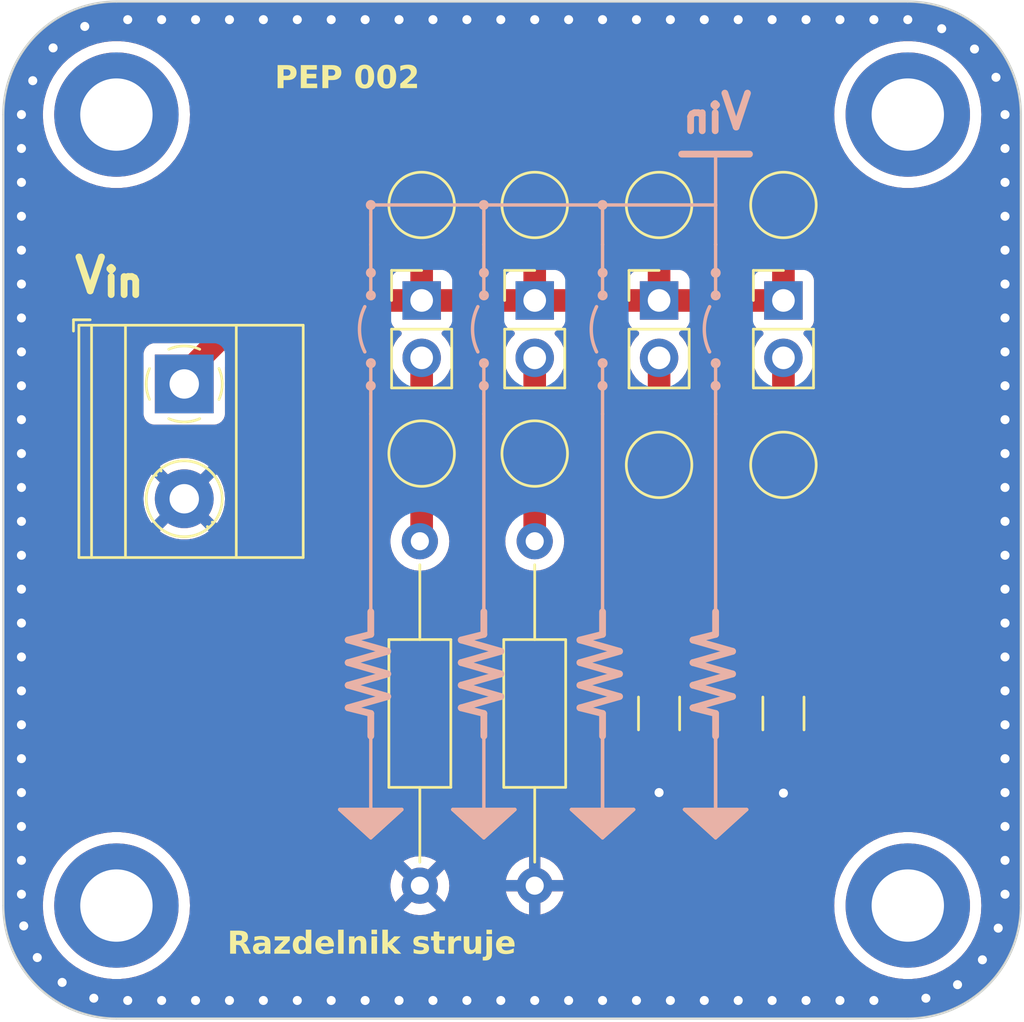
<source format=kicad_pcb>
(kicad_pcb (version 20240108) (generator "pcbnew") (generator_version "8.0")
  (layers (0 "F.Cu" signal) (31 "B.Cu" signal) (34 "B.Paste" user) (35 "F.Paste" user) (36 "B.SilkS" user "B.Silkscreen") (37 "F.SilkS" user "F.Silkscreen") (38 "B.Mask" user) (39 "F.Mask" user) (44 "Edge.Cuts" user))
  (net 0 "")
  (net 1 "0")
  (net 2 "9V")
  (net 3 "Net-(JP1-B)")
  (net 4 "Net-(JP2-B)")
  (net 5 "Net-(JP3-B)")
  (net 6 "Net-(JP4-B)")
  (footprint "TestPoint:TestPoint_Pad_D2.5mm" (layer "F.Cu") (at 127.5 70)
    (property "Reference" "TP3" (hide yes))
    (property "Value" "TestPoint")
    (fp_circle (center 0 0) (end 0 1.45) (stroke (width 0.12)) (fill none) (layer "F.SilkS"))
    (pad "1" smd circle (at 0 0) (size 2.5 2.5) (layers "F.Cu" "F.Mask") (net 2 "9V"))
  )
  (footprint "TestPoint:TestPoint_Pad_D2.5mm" (layer "F.Cu") (at 133 70)
    (property "Reference" "TP5" (hide yes))
    (property "Value" "TestPoint")
    (fp_circle (center 0 0) (end 0 1.45) (stroke (width 0.12)) (fill none) (layer "F.SilkS"))
    (pad "1" smd circle (at 0 0) (size 2.5 2.5) (layers "F.Cu" "F.Mask") (net 2 "9V"))
  )
  (footprint "Resistor_THT:R_Axial_DIN0207_L6.3mm_D2.5mm_P15.24mm_Horizontal" (layer "F.Cu") (at 127.5 84.88 -90)
    (property "Reference" "R3" (hide yes))
    (property "Value" "10k")
    (fp_line (start 4.35 1.37) (end 10.89 1.37) (stroke (width 0.12)) (layer "F.SilkS"))
    (fp_line (start 10.89 1.37) (end 10.89 -1.37) (stroke (width 0.12)) (layer "F.SilkS"))
    (fp_line (start 1.04 0) (end 4.35 0) (stroke (width 0.12)) (layer "F.SilkS"))
    (fp_line (start 14.2 0) (end 10.89 0) (stroke (width 0.12)) (layer "F.SilkS"))
    (fp_line (start 4.35 -1.37) (end 4.35 1.37) (stroke (width 0.12)) (layer "F.SilkS"))
    (fp_line (start 10.89 -1.37) (end 4.35 -1.37) (stroke (width 0.12)) (layer "F.SilkS"))
    (pad "1" thru_hole circle (at 0 0 270) (size 1.6 1.6) (drill 0.8) (layers "*.Cu" "*.Mask") (net 5 "Net-(JP3-B)"))
    (pad "2" thru_hole oval (at 15.24 0 270) (size 1.6 1.6) (drill 0.8) (layers "*.Cu" "*.Mask") (net 1 "0"))
  )
  (footprint "Resistor_THT:R_Axial_DIN0207_L6.3mm_D2.5mm_P15.24mm_Horizontal" (layer "F.Cu") (at 122.42 100.12 90)
    (property "Reference" "R4" (hide yes))
    (property "Value" "90k")
    (fp_line (start 10.89 -1.37) (end 4.35 -1.37) (stroke (width 0.12)) (layer "F.SilkS"))
    (fp_line (start 4.35 -1.37) (end 4.35 1.37) (stroke (width 0.12)) (layer "F.SilkS"))
    (fp_line (start 14.2 0) (end 10.89 0) (stroke (width 0.12)) (layer "F.SilkS"))
    (fp_line (start 1.04 0) (end 4.35 0) (stroke (width 0.12)) (layer "F.SilkS"))
    (fp_line (start 10.89 1.37) (end 10.89 -1.37) (stroke (width 0.12)) (layer "F.SilkS"))
    (fp_line (start 4.35 1.37) (end 10.89 1.37) (stroke (width 0.12)) (layer "F.SilkS"))
    (pad "1" thru_hole circle (at 0 0 90) (size 1.6 1.6) (drill 0.8) (layers "*.Cu" "*.Mask") (net 1 "0"))
    (pad "2" thru_hole oval (at 15.24 0 90) (size 1.6 1.6) (drill 0.8) (layers "*.Cu" "*.Mask") (net 6 "Net-(JP4-B)"))
  )
  (footprint "MountingHole:MountingHole_3.2mm_M3_ISO14580_Pad_TopBottom" (layer "F.Cu") (at 144 66)
    (property "Reference" "H3" (hide yes))
    (property "Value" "MountingHole")
    (pad "1" thru_hole circle (at 0 0) (size 3.6 3.6) (drill 3.2) (layers "*.Cu" "*.Mask"))
    (pad "1" connect circle (at 0 0) (size 5.5 5.5) (layers "F.Cu" "F.Mask"))
    (pad "1" connect circle (at 0 0) (size 5.5 5.5) (layers "B.Cu" "B.Mask"))
  )
  (footprint "TestPoint:TestPoint_Pad_D2.5mm" (layer "F.Cu") (at 138.5 70)
    (property "Reference" "TP7" (hide yes))
    (property "Value" "TestPoint")
    (fp_circle (center 0 0) (end 0 1.45) (stroke (width 0.12)) (fill none) (layer "F.SilkS"))
    (pad "1" smd circle (at 0 0) (size 2.5 2.5) (layers "F.Cu" "F.Mask") (net 2 "9V"))
  )
  (footprint "MountingHole:MountingHole_3.2mm_M3_ISO14580_Pad_TopBottom" (layer "F.Cu") (at 144 101)
    (property "Reference" "H4" (hide yes))
    (property "Value" "MountingHole")
    (pad "1" thru_hole circle (at 0 0) (size 3.6 3.6) (drill 3.2) (layers "*.Cu" "*.Mask"))
    (pad "1" connect circle (at 0 0) (size 5.5 5.5) (layers "F.Cu" "F.Mask"))
    (pad "1" connect circle (at 0 0) (size 5.5 5.5) (layers "B.Cu" "B.Mask"))
  )
  (footprint "Resistor_SMD:R_1206_3216Metric_Pad1.30x1.75mm_HandSolder" (layer "F.Cu") (at 133 92.5 -90)
    (property "Reference" "R2" (hide yes))
    (property "Value" "90k")
    (fp_line (start -0.727064 0.91) (end 0.727064 0.91) (stroke (width 0.12)) (layer "F.SilkS"))
    (fp_line (start -0.727064 -0.91) (end 0.727064 -0.91) (stroke (width 0.12)) (layer "F.SilkS"))
    (pad "1" smd roundrect (at -1.55 0 270) (size 1.3 1.75) (layers "F.Cu" "F.Paste" "F.Mask") (roundrect_rratio 0.1923076923) (net 4 "Net-(JP2-B)"))
    (pad "2" smd roundrect (at 1.55 0 270) (size 1.3 1.75) (layers "F.Cu" "F.Paste" "F.Mask") (roundrect_rratio 0.1923076923) (net 1 "0"))
  )
  (footprint "TestPoint:TestPoint_Pad_D2.5mm" (layer "F.Cu") (at 122.5 70)
    (property "Reference" "TP2" (hide yes))
    (property "Value" "TestPoint")
    (fp_circle (center 0 0) (end 0 1.45) (stroke (width 0.12)) (fill none) (layer "F.SilkS"))
    (pad "1" smd circle (at 0 0) (size 2.5 2.5) (layers "F.Cu" "F.Mask") (net 2 "9V"))
  )
  (footprint "Connector_PinHeader_2.54mm:PinHeader_1x02_P2.54mm_Vertical" (layer "F.Cu") (at 122.5 74.225)
    (property "Reference" "JP4" (hide yes))
    (property "Value" "Jumper")
    (fp_line (start -1.33 -1.33) (end 0 -1.33) (stroke (width 0.12)) (layer "F.SilkS"))
    (fp_line (start -1.33 0) (end -1.33 -1.33) (stroke (width 0.12)) (layer "F.SilkS"))
    (fp_line (start -1.33 1.27) (end -1.33 3.87) (stroke (width 0.12)) (layer "F.SilkS"))
    (fp_line (start -1.33 1.27) (end 1.33 1.27) (stroke (width 0.12)) (layer "F.SilkS"))
    (fp_line (start -1.33 3.87) (end 1.33 3.87) (stroke (width 0.12)) (layer "F.SilkS"))
    (fp_line (start 1.33 1.27) (end 1.33 3.87) (stroke (width 0.12)) (layer "F.SilkS"))
    (pad "1" thru_hole rect (at 0 0) (size 1.7 1.7) (drill 1) (layers "*.Cu" "*.Mask") (net 2 "9V"))
    (pad "2" thru_hole oval (at 0 2.54) (size 1.7 1.7) (drill 1) (layers "*.Cu" "*.Mask") (net 6 "Net-(JP4-B)"))
  )
  (footprint "TestPoint:TestPoint_Pad_D2.5mm" (layer "F.Cu") (at 122.5 81)
    (property "Reference" "TP1" (hide yes))
    (property "Value" "TestPoint")
    (fp_circle (center 0 0) (end 0 1.45) (stroke (width 0.12)) (fill none) (layer "F.SilkS"))
    (pad "1" smd circle (at 0 0) (size 2.5 2.5) (layers "F.Cu" "F.Mask") (net 6 "Net-(JP4-B)"))
  )
  (footprint "Connector_PinHeader_2.54mm:PinHeader_1x02_P2.54mm_Vertical" (layer "F.Cu") (at 127.5 74.225)
    (property "Reference" "JP3" (hide yes))
    (property "Value" "Jumper")
    (fp_line (start -1.33 -1.33) (end 0 -1.33) (stroke (width 0.12)) (layer "F.SilkS"))
    (fp_line (start -1.33 0) (end -1.33 -1.33) (stroke (width 0.12)) (layer "F.SilkS"))
    (fp_line (start -1.33 1.27) (end -1.33 3.87) (stroke (width 0.12)) (layer "F.SilkS"))
    (fp_line (start -1.33 1.27) (end 1.33 1.27) (stroke (width 0.12)) (layer "F.SilkS"))
    (fp_line (start -1.33 3.87) (end 1.33 3.87) (stroke (width 0.12)) (layer "F.SilkS"))
    (fp_line (start 1.33 1.27) (end 1.33 3.87) (stroke (width 0.12)) (layer "F.SilkS"))
    (pad "1" thru_hole rect (at 0 0) (size 1.7 1.7) (drill 1) (layers "*.Cu" "*.Mask") (net 2 "9V"))
    (pad "2" thru_hole oval (at 0 2.54) (size 1.7 1.7) (drill 1) (layers "*.Cu" "*.Mask") (net 5 "Net-(JP3-B)"))
  )
  (footprint "Resistor_SMD:R_1206_3216Metric_Pad1.30x1.75mm_HandSolder" (layer "F.Cu") (at 138.5 92.5 -90)
    (property "Reference" "R1" (hide yes))
    (property "Value" "10k")
    (fp_line (start -0.727064 0.91) (end 0.727064 0.91) (stroke (width 0.12)) (layer "F.SilkS"))
    (fp_line (start -0.727064 -0.91) (end 0.727064 -0.91) (stroke (width 0.12)) (layer "F.SilkS"))
    (pad "1" smd roundrect (at -1.55 0 270) (size 1.3 1.75) (layers "F.Cu" "F.Paste" "F.Mask") (roundrect_rratio 0.1923076923) (net 3 "Net-(JP1-B)"))
    (pad "2" smd roundrect (at 1.55 0 270) (size 1.3 1.75) (layers "F.Cu" "F.Paste" "F.Mask") (roundrect_rratio 0.1923076923) (net 1 "0"))
  )
  (footprint "TestPoint:TestPoint_Pad_D2.5mm" (layer "F.Cu") (at 138.5 81.5)
    (property "Reference" "TP8" (hide yes))
    (property "Value" "TestPoint")
    (fp_circle (center 0 0) (end 0 1.45) (stroke (width 0.12)) (fill none) (layer "F.SilkS"))
    (pad "1" smd circle (at 0 0) (size 2.5 2.5) (layers "F.Cu" "F.Mask") (net 3 "Net-(JP1-B)"))
  )
  (footprint "MountingHole:MountingHole_3.2mm_M3_ISO14580_Pad_TopBottom" (layer "F.Cu") (at 109 66)
    (property "Reference" "H2" (hide yes))
    (property "Value" "MountingHole")
    (pad "1" thru_hole circle (at 0 0) (size 3.6 3.6) (drill 3.2) (layers "*.Cu" "*.Mask"))
    (pad "1" connect circle (at 0 0) (size 5.5 5.5) (layers "F.Cu" "F.Mask"))
    (pad "1" connect circle (at 0 0) (size 5.5 5.5) (layers "B.Cu" "B.Mask"))
  )
  (footprint "Connector_PinHeader_2.54mm:PinHeader_1x02_P2.54mm_Vertical" (layer "F.Cu") (at 133 74.225)
    (property "Reference" "JP2" (hide yes))
    (property "Value" "Jumper")
    (fp_line (start -1.33 -1.33) (end 0 -1.33) (stroke (width 0.12)) (layer "F.SilkS"))
    (fp_line (start -1.33 0) (end -1.33 -1.33) (stroke (width 0.12)) (layer "F.SilkS"))
    (fp_line (start -1.33 1.27) (end -1.33 3.87) (stroke (width 0.12)) (layer "F.SilkS"))
    (fp_line (start -1.33 1.27) (end 1.33 1.27) (stroke (width 0.12)) (layer "F.SilkS"))
    (fp_line (start -1.33 3.87) (end 1.33 3.87) (stroke (width 0.12)) (layer "F.SilkS"))
    (fp_line (start 1.33 1.27) (end 1.33 3.87) (stroke (width 0.12)) (layer "F.SilkS"))
    (pad "1" thru_hole rect (at 0 0) (size 1.7 1.7) (drill 1) (layers "*.Cu" "*.Mask") (net 2 "9V"))
    (pad "2" thru_hole oval (at 0 2.54) (size 1.7 1.7) (drill 1) (layers "*.Cu" "*.Mask") (net 4 "Net-(JP2-B)"))
  )
  (footprint "TestPoint:TestPoint_Pad_D2.5mm" (layer "F.Cu") (at 133 81.5)
    (property "Reference" "TP6" (hide yes))
    (property "Value" "TestPoint")
    (fp_circle (center 0 0) (end 0 1.45) (stroke (width 0.12)) (fill none) (layer "F.SilkS"))
    (pad "1" smd circle (at 0 0) (size 2.5 2.5) (layers "F.Cu" "F.Mask") (net 4 "Net-(JP2-B)"))
  )
  (footprint "Connector_PinHeader_2.54mm:PinHeader_1x02_P2.54mm_Vertical" (layer "F.Cu") (at 138.5 74.225)
    (property "Reference" "JP1" (hide yes))
    (property "Value" "Jumper")
    (fp_line (start -1.33 -1.33) (end 0 -1.33) (stroke (width 0.12)) (layer "F.SilkS"))
    (fp_line (start -1.33 0) (end -1.33 -1.33) (stroke (width 0.12)) (layer "F.SilkS"))
    (fp_line (start -1.33 1.27) (end -1.33 3.87) (stroke (width 0.12)) (layer "F.SilkS"))
    (fp_line (start -1.33 1.27) (end 1.33 1.27) (stroke (width 0.12)) (layer "F.SilkS"))
    (fp_line (start -1.33 3.87) (end 1.33 3.87) (stroke (width 0.12)) (layer "F.SilkS"))
    (fp_line (start 1.33 1.27) (end 1.33 3.87) (stroke (width 0.12)) (layer "F.SilkS"))
    (pad "1" thru_hole rect (at 0 0) (size 1.7 1.7) (drill 1) (layers "*.Cu" "*.Mask") (net 2 "9V"))
    (pad "2" thru_hole oval (at 0 2.54) (size 1.7 1.7) (drill 1) (layers "*.Cu" "*.Mask") (net 3 "Net-(JP1-B)"))
  )
  (footprint "TerminalBlock_Phoenix:TerminalBlock_Phoenix_MKDS-1,5-2-5.08_1x02_P5.08mm_Horizontal" (layer "F.Cu") (at 112 77.92 -90)
    (property "Reference" "J1" (hide yes))
    (property "Value" "Screw_Terminal_01x02")
    (fp_line (start -2.84 4.9) (end -2.34 4.9) (stroke (width 0.12)) (layer "F.SilkS"))
    (fp_line (start -2.6 4.66) (end 7.68 4.66) (stroke (width 0.12)) (layer "F.SilkS"))
    (fp_line (start -2.84 4.16) (end -2.84 4.9) (stroke (width 0.12)) (layer "F.SilkS"))
    (fp_line (start -2.6 4.1) (end 7.68 4.1) (stroke (width 0.12)) (layer "F.SilkS"))
    (fp_line (start -2.6 2.6) (end 7.68 2.6) (stroke (width 0.12)) (layer "F.SilkS"))
    (fp_line (start 4.046 1.239) (end 4.011 1.274) (stroke (width 0.12)) (layer "F.SilkS"))
    (fp_line (start 3.853 1.023) (end 3.806 1.069) (stroke (width 0.12)) (layer "F.SilkS"))
    (fp_line (start 6.355 -1.069) (end 6.308 -1.023) (stroke (width 0.12)) (layer "F.SilkS"))
    (fp_line (start 6.15 -1.275) (end 6.115 -1.239) (stroke (width 0.12)) (layer "F.SilkS"))
    (fp_line (start -2.6 -2.301) (end 7.68 -2.301) (stroke (width 0.12)) (layer "F.SilkS"))
    (fp_line (start -2.6 -5.261) (end -2.6 4.66) (stroke (width 0.12)) (layer "F.SilkS"))
    (fp_line (start -2.6 -5.261) (end 7.68 -5.261) (stroke (width 0.12)) (layer "F.SilkS"))
    (fp_line (start 7.68 -5.261) (end 7.68 4.66) (stroke (width 0.12)) (layer "F.SilkS"))
    (fp_arc (start 0.028805 1.680253) (mid -0.335551 1.646659) (end -0.684 1.535) (stroke (width 0.12)) (layer "F.SilkS"))
    (fp_arc (start 0.683318 1.534756) (mid 0.349292 1.643288) (end 0 1.68) (stroke (width 0.12)) (layer "F.SilkS"))
    (fp_arc (start -1.535427 0.683042) (mid -1.680501 -0.000524) (end -1.535 -0.684) (stroke (width 0.12)) (layer "F.SilkS"))
    (fp_arc (start 1.535427 -0.683042) (mid 1.680501 0.000524) (end 1.535 0.684) (stroke (width 0.12)) (layer "F.SilkS"))
    (fp_arc (start -0.683042 -1.535427) (mid 0.000524 -1.680501) (end 0.684 -1.535) (stroke (width 0.12)) (layer "F.SilkS"))
    (fp_circle (center 5.08 0) (end 6.76 0) (stroke (width 0.12)) (fill none) (layer "F.SilkS"))
    (pad "1" thru_hole rect (at 0 0 270) (size 2.6 2.6) (drill 1.3) (layers "*.Cu" "*.Mask") (net 2 "9V"))
    (pad "2" thru_hole circle (at 5.08 0 270) (size 2.6 2.6) (drill 1.3) (layers "*.Cu" "*.Mask") (net 1 "0"))
  )
  (footprint "MountingHole:MountingHole_3.2mm_M3_ISO14580_Pad_TopBottom" (layer "F.Cu") (at 109 101 -90)
    (property "Reference" "H1" (hide yes))
    (property "Value" "MountingHole")
    (pad "1" thru_hole circle (at 0 0 270) (size 3.6 3.6) (drill 3.2) (layers "*.Cu" "*.Mask"))
    (pad "1" connect circle (at 0 0 270) (size 5.5 5.5) (layers "F.Cu" "F.Mask"))
    (pad "1" connect circle (at 0 0 270) (size 5.5 5.5) (layers "B.Cu" "B.Mask"))
  )
  (footprint "TestPoint:TestPoint_Pad_D2.5mm" (layer "F.Cu") (at 127.5 81)
    (property "Reference" "TP4" (hide yes))
    (property "Value" "TestPoint")
    (fp_circle (center 0 0) (end 0 1.45) (stroke (width 0.12)) (fill none) (layer "F.SilkS"))
    (pad "1" smd circle (at 0 0) (size 2.5 2.5) (layers "F.Cu" "F.Mask") (net 5 "Net-(JP3-B)"))
  )
  (gr_circle (center 130.5 70) (end 130.625 70.075) (stroke (width 0.15)) (fill none) (layer "B.SilkS"))
  (gr_line (start 118.875 96.75) (end 120.25 98) (stroke (width 0.15)) (layer "B.SilkS"))
  (gr_line (start 129.5 92.25) (end 130.5 92.5) (stroke (width 0.15)) (layer "B.SilkS"))
  (gr_line (start 124.25 89.25) (end 126 89.75) (stroke (width 0.3)) (layer "B.SilkS"))
  (gr_line (start 134.5 89.25) (end 136.25 89.75) (stroke (width 0.3)) (layer "B.SilkS"))
  (gr_line (start 135.5 79.25) (end 135.5 78) (stroke (width 0.15)) (layer "B.SilkS"))
  (gr_line (start 130.5 96.75) (end 130.5 92.5) (stroke (width 0.15)) (layer "B.SilkS"))
  (gr_line (start 121 89.75) (end 119.25 90.25) (stroke (width 0.3)) (layer "B.SilkS"))
  (gr_line (start 130.5 77) (end 130.5 78) (stroke (width 0.15)) (layer "B.SilkS"))
  (gr_line (start 130.5 74) (end 130.5 73) (stroke (width 0.15)) (layer "B.SilkS"))
  (gr_line (start 123.875 96.75) (end 126.625 96.75) (stroke (width 0.15)) (layer "B.SilkS"))
  (gr_line (start 120.25 77) (end 120.25 78) (stroke (width 0.15)) (layer "B.SilkS"))
  (gr_line (start 125.25 79.25) (end 125.25 89) (stroke (width 0.15)) (layer "B.SilkS"))
  (gr_line (start 130.5 71.75) (end 130.5 73) (stroke (width 0.15)) (layer "B.SilkS"))
  (gr_line (start 134.125 96.75) (end 135.5 98) (stroke (width 0.15)) (layer "B.SilkS"))
  (gr_line (start 134.5 92.25) (end 135.5 92.5) (stroke (width 0.15)) (layer "B.SilkS"))
  (gr_line (start 134.5 90.25) (end 136.25 90.75) (stroke (width 0.3)) (layer "B.SilkS"))
  (gr_line (start 120.25 92.5) (end 120.25 93.5) (stroke (width 0.3)) (layer "B.SilkS"))
  (gr_line (start 136.25 90.75) (end 134.5 91.25) (stroke (width 0.3)) (layer "B.SilkS"))
  (gr_circle (center 130.504227 77) (end 130.629227 77.075) (stroke (width 0.15)) (fill none) (layer "B.SilkS"))
  (gr_line (start 131.25 91.75) (end 129.5 92.25) (stroke (width 0.3)) (layer "B.SilkS"))
  (gr_line (start 135.5 67.75) (end 135.5 70) (stroke (width 0.15)) (layer "B.SilkS"))
  (gr_line (start 129.5 91.25) (end 131.25 91.75) (stroke (width 0.3)) (layer "B.SilkS"))
  (gr_line (start 120.25 88) (end 120.25 89) (stroke (width 0.3)) (layer "B.SilkS"))
  (gr_line (start 129.5 89.25) (end 131.25 89.75) (stroke (width 0.15)) (layer "B.SilkS"))
  (gr_line (start 126 91.75) (end 124.25 92.25) (stroke (width 0.3)) (layer "B.SilkS"))
  (gr_line (start 136.25 91.75) (end 134.5 92.25) (stroke (width 0.15)) (layer "B.SilkS"))
  (gr_line (start 135.5 74) (end 135.5 73) (stroke (width 0.15)) (layer "B.SilkS"))
  (gr_line (start 120.25 71.75) (end 120.25 73) (stroke (width 0.15)) (layer "B.SilkS"))
  (gr_line (start 125.25 92.5) (end 125.25 93.5) (stroke (width 0.3)) (layer "B.SilkS"))
  (gr_line (start 129.5 90.25) (end 131.25 90.75) (stroke (width 0.15)) (layer "B.SilkS"))
  (gr_line (start 124.25 90.25) (end 126 90.75) (stroke (width 0.3)) (layer "B.SilkS"))
  (gr_line (start 134.5 90.25) (end 136.25 90.75) (stroke (width 0.15)) (layer "B.SilkS"))
  (gr_line (start 119.25 89.25) (end 121 89.75) (stroke (width 0.3)) (layer "B.SilkS"))
  (gr_circle (center 120.254227 74) (end 120.379227 74.075) (stroke (width 0.15)) (fill none) (layer "B.SilkS"))
  (gr_line (start 136.25 89.75) (end 134.5 90.25) (stroke (width 0.15)) (layer "B.SilkS"))
  (gr_line (start 125.25 88) (end 125.25 89) (stroke (width 0.3)) (layer "B.SilkS"))
  (gr_line (start 125.25 79.25) (end 125.25 78) (stroke (width 0.15)) (layer "B.SilkS"))
  (gr_line (start 129.125 96.75) (end 131.875 96.75) (stroke (width 0.15)) (layer "B.SilkS"))
  (gr_circle (center 125.254227 77) (end 125.379227 77.075) (stroke (width 0.15)) (fill none) (layer "B.SilkS"))
  (gr_line (start 129.5 90.25) (end 131.25 90.75) (stroke (width 0.3)) (layer "B.SilkS"))
  (gr_line (start 136.25 90.75) (end 134.5 91.25) (stroke (width 0.15)) (layer "B.SilkS"))
  (gr_line (start 130.5 96.75) (end 130.5 92.5) (stroke (width 0.15)) (layer "B.SilkS"))
  (gr_poly (pts (xy 131.875 96.75) (xy 129.125 96.75) (xy 130.5 98)) (stroke (width 0.15)) (fill solid) (layer "B.SilkS"))
  (gr_line (start 130.5 92.5) (end 130.5 93.5) (stroke (width 0.3)) (layer "B.SilkS"))
  (gr_line (start 126.625 96.75) (end 125.25 98) (stroke (width 0.15)) (layer "B.SilkS"))
  (gr_line (start 136.25 91.75) (end 134.5 92.25) (stroke (width 0.3)) (layer "B.SilkS"))
  (gr_circle (center 120.25 78) (end 120.375 78.075) (stroke (width 0.15)) (fill none) (layer "B.SilkS"))
  (gr_line (start 120.25 96.75) (end 120.25 92.5) (stroke (width 0.15)) (layer "B.SilkS"))
  (gr_line (start 130.5 79.25) (end 130.5 78) (stroke (width 0.15)) (layer "B.SilkS"))
  (gr_circle (center 135.5 78) (end 135.625 78.075) (stroke (width 0.15)) (fill none) (layer "B.SilkS"))
  (gr_line (start 118.875 96.75) (end 121.625 96.75) (stroke (width 0.15)) (layer "B.SilkS"))
  (gr_circle (center 135.504227 77) (end 135.629227 77.075) (stroke (width 0.15)) (fill none) (layer "B.SilkS"))
  (gr_line (start 119.25 91.25) (end 121 91.75) (stroke (width 0.3)) (layer "B.SilkS"))
  (gr_line (start 135.5 79.25) (end 135.5 89) (stroke (width 0.15)) (layer "B.SilkS"))
  (gr_circle (center 130.504227 73) (end 130.629227 73.075) (stroke (width 0.15)) (fill none) (layer "B.SilkS"))
  (gr_circle (center 135.504227 74) (end 135.629227 74.075) (stroke (width 0.15)) (fill none) (layer "B.SilkS"))
  (gr_line (start 130.5 70) (end 130.5 71.75) (stroke (width 0.15)) (layer "B.SilkS"))
  (gr_line (start 125.25 77) (end 125.25 78) (stroke (width 0.15)) (layer "B.SilkS"))
  (gr_line (start 131.25 90.75) (end 129.5 91.25) (stroke (width 0.15)) (layer "B.SilkS"))
  (gr_line (start 120.25 79.25) (end 120.25 89) (stroke (width 0.15)) (layer "B.SilkS"))
  (gr_line (start 135.5 92.5) (end 135.5 93.5) (stroke (width 0.3)) (layer "B.SilkS"))
  (gr_line (start 135.5 89) (end 134.5 89.25) (stroke (width 0.3)) (layer "B.SilkS"))
  (gr_line (start 120.25 74) (end 120.25 73) (stroke (width 0.15)) (layer "B.SilkS"))
  (gr_circle (center 125.245773 70) (end 125.370773 70.075) (stroke (width 0.15)) (fill none) (layer "B.SilkS"))
  (gr_line (start 120.25 70) (end 120.25 71.75) (stroke (width 0.15)) (layer "B.SilkS"))
  (gr_line (start 131.875 96.75) (end 130.5 98) (stroke (width 0.15)) (layer "B.SilkS"))
  (gr_line (start 134.125 96.75) (end 136.875 96.75) (stroke (width 0.15)) (layer "B.SilkS"))
  (gr_line (start 125.25 96.75) (end 125.25 92.5) (stroke (width 0.15)) (layer "B.SilkS"))
  (gr_circle (center 130.5 78) (end 130.625 78.075) (stroke (width 0.15)) (fill none) (layer "B.SilkS"))
  (gr_line (start 130.5 88) (end 130.5 89) (stroke (width 0.3)) (layer "B.SilkS"))
  (gr_line (start 135.5 70) (end 135.5 71.75) (stroke (width 0.15)) (layer "B.SilkS"))
  (gr_line (start 126 90.75) (end 124.25 91.25) (stroke (width 0.3)) (layer "B.SilkS"))
  (gr_poly (pts (xy 136.875 96.75) (xy 134.125 96.75) (xy 135.5 98)) (stroke (width 0.15)) (fill solid) (layer "B.SilkS"))
  (gr_line (start 129.125 96.75) (end 130.5 98) (stroke (width 0.15)) (layer "B.SilkS"))
  (gr_circle (center 125.25 78) (end 125.375 78.075) (stroke (width 0.15)) (fill none) (layer "B.SilkS"))
  (gr_poly (pts (xy 126.625 96.75) (xy 123.875 96.75) (xy 125.25 98)) (stroke (width 0.15)) (fill solid) (layer "B.SilkS"))
  (gr_line (start 130.5 89) (end 129.5 89.25) (stroke (width 0.3)) (layer "B.SilkS"))
  (gr_line (start 126 89.75) (end 124.25 90.25) (stroke (width 0.3)) (layer "B.SilkS"))
  (gr_line (start 135.5 71.75) (end 135.5 71.75) (stroke (width 0.15)) (layer "B.SilkS"))
  (gr_line (start 129.5 91.25) (end 131.25 91.75) (stroke (width 0.15)) (layer "B.SilkS"))
  (gr_circle (center 130.504227 74) (end 130.629227 74.075) (stroke (width 0.15)) (fill none) (layer "B.SilkS"))
  (gr_line (start 131.25 91.75) (end 129.5 92.25) (stroke (width 0.15)) (layer "B.SilkS"))
  (gr_line (start 130.5 89) (end 129.5 89.25) (stroke (width 0.15)) (layer "B.SilkS"))
  (gr_arc (start 135.236068 76.5) (mid 135 75.5) (end 135.236068 74.5) (stroke (width 0.15)) (layer "B.SilkS"))
  (gr_line (start 135.5 77) (end 135.5 78) (stroke (width 0.15)) (layer "B.SilkS"))
  (gr_circle (center 120.254227 73) (end 120.379227 73.075) (stroke (width 0.15)) (fill none) (layer "B.SilkS"))
  (gr_line (start 121 90.75) (end 119.25 91.25) (stroke (width 0.3)) (layer "B.SilkS"))
  (gr_circle (center 120.25 70) (end 120.375 70.075) (stroke (width 0.15)) (fill none) (layer "B.SilkS"))
  (gr_line (start 131.25 89.75) (end 129.5 90.25) (stroke (width 0.15)) (layer "B.SilkS"))
  (gr_line (start 136.875 96.75) (end 135.5 98) (stroke (width 0.15)) (layer "B.SilkS"))
  (gr_line (start 136.25 89.75) (end 134.5 90.25) (stroke (width 0.3)) (layer "B.SilkS"))
  (gr_line (start 135.5 89) (end 134.5 89.25) (stroke (width 0.15)) (layer "B.SilkS"))
  (gr_line (start 120.25 79.25) (end 120.25 78) (stroke (width 0.15)) (layer "B.SilkS"))
  (gr_poly (pts (xy 121.625 96.75) (xy 118.875 96.75) (xy 120.25 98)) (stroke (width 0.15)) (fill solid) (layer "B.SilkS"))
  (gr_arc (start 124.986068 76.5) (mid 124.75 75.5) (end 124.986068 74.5) (stroke (width 0.15)) (layer "B.SilkS"))
  (gr_line (start 131.25 89.75) (end 129.5 90.25) (stroke (width 0.3)) (layer "B.SilkS"))
  (gr_line (start 124.25 91.25) (end 126 91.75) (stroke (width 0.3)) (layer "B.SilkS"))
  (gr_line (start 120.25 89) (end 119.25 89.25) (stroke (width 0.3)) (layer "B.SilkS"))
  (gr_line (start 125.25 71.75) (end 125.25 73) (stroke (width 0.15)) (layer "B.SilkS"))
  (gr_line (start 134.5 91.25) (end 136.25 91.75) (stroke (width 0.3)) (layer "B.SilkS"))
  (gr_line (start 135.5 71.75) (end 135.5 73) (stroke (width 0.15)) (layer "B.SilkS"))
  (gr_line (start 119.25 92.25) (end 120.25 92.5) (stroke (width 0.3)) (layer "B.SilkS"))
  (gr_line (start 125.25 70) (end 125.25 71.75) (stroke (width 0.15)) (layer "B.SilkS"))
  (gr_line (start 131.25 90.75) (end 129.5 91.25) (stroke (width 0.3)) (layer "B.SilkS"))
  (gr_circle (center 135.504227 73) (end 135.629227 73.075) (stroke (width 0.15)) (fill none) (layer "B.SilkS"))
  (gr_line (start 137 67.75) (end 134 67.75) (stroke (width 0.3)) (layer "B.SilkS"))
  (gr_line (start 130.5 79.25) (end 130.5 89) (stroke (width 0.15)) (layer "B.SilkS"))
  (gr_line (start 124.25 92.25) (end 125.25 92.5) (stroke (width 0.3)) (layer "B.SilkS"))
  (gr_line (start 135.5 96.75) (end 135.5 92.5) (stroke (width 0.15)) (layer "B.SilkS"))
  (gr_arc (start 130.236068 76.5) (mid 130 75.5) (end 130.236068 74.5) (stroke (width 0.15)) (layer "B.SilkS"))
  (gr_line (start 129.5 92.25) (end 130.5 92.5) (stroke (width 0.3)) (layer "B.SilkS"))
  (gr_line (start 129.5 89.25) (end 131.25 89.75) (stroke (width 0.3)) (layer "B.SilkS"))
  (gr_circle (center 125.254227 74) (end 125.379227 74.075) (stroke (width 0.15)) (fill none) (layer "B.SilkS"))
  (gr_line (start 135.5 96.75) (end 135.5 92.5) (stroke (width 0.15)) (layer "B.SilkS"))
  (gr_line (start 125.25 89) (end 124.25 89.25) (stroke (width 0.3)) (layer "B.SilkS"))
  (gr_line (start 123.875 96.75) (end 125.25 98) (stroke (width 0.15)) (layer "B.SilkS"))
  (gr_circle (center 125.254227 73) (end 125.379227 73.075) (stroke (width 0.15)) (fill none) (layer "B.SilkS"))
  (gr_line (start 134.5 91.25) (end 136.25 91.75) (stroke (width 0.15)) (layer "B.SilkS"))
  (gr_line (start 119.25 90.25) (end 121 90.75) (stroke (width 0.3)) (layer "B.SilkS"))
  (gr_line (start 121 91.75) (end 119.25 92.25) (stroke (width 0.3)) (layer "B.SilkS"))
  (gr_line (start 134.5 92.25) (end 135.5 92.5) (stroke (width 0.3)) (layer "B.SilkS"))
  (gr_line (start 121.625 96.75) (end 120.25 98) (stroke (width 0.15)) (layer "B.SilkS"))
  (gr_line (start 135.5 70) (end 120.25 70) (stroke (width 0.15)) (layer "B.SilkS"))
  (gr_arc (start 119.986068 76.5) (mid 119.75 75.5) (end 119.986068 74.5) (stroke (width 0.15)) (layer "B.SilkS"))
  (gr_line (start 135.5 88) (end 135.5 89) (stroke (width 0.3)) (layer "B.SilkS"))
  (gr_line (start 125.25 74) (end 125.25 73) (stroke (width 0.15)) (layer "B.SilkS"))
  (gr_circle (center 120.254227 77) (end 120.379227 77.075) (stroke (width 0.15)) (fill none) (layer "B.SilkS"))
  (gr_line (start 134.5 89.25) (end 136.25 89.75) (stroke (width 0.15)) (layer "B.SilkS"))
  (gr_line (start 149 101) (end 148.999998 66) (stroke (width 0.1)) (layer "Edge.Cuts"))
  (gr_arc (start 104 66) (mid 105.464467 62.464467) (end 109 61) (stroke (width 0.1)) (layer "Edge.Cuts"))
  (gr_arc (start 144 61) (mid 147.535533 62.464466) (end 148.999998 66) (stroke (width 0.1)) (layer "Edge.Cuts"))
  (gr_line (start 104 66) (end 104 101) (stroke (width 0.1)) (layer "Edge.Cuts"))
  (gr_arc (start 149 101) (mid 147.535533 104.535533) (end 144 106) (stroke (width 0.1)) (layer "Edge.Cuts"))
  (gr_line (start 109 106) (end 144 106) (stroke (width 0.1)) (layer "Edge.Cuts"))
  (gr_arc (start 109 106) (mid 105.464467 104.535533) (end 104 101) (stroke (width 0.1)) (layer "Edge.Cuts"))
  (gr_line (start 144.000002 61) (end 109 61) (stroke (width 0.1)) (layer "Edge.Cuts"))
  (gr_text "V_{in}\n" (at 137.25 66.75 0) (layer "B.SilkS") (effects (font (size 1.5 1.5) (thickness 0.3) (bold yes)) (justify left bottom mirror)))
  (gr_text "Razdelnik struje\n" (at 113.9 103.3 0) (layer "F.SilkS") (effects (font (size 1 1) (thickness 0.2) (bold yes)) (justify left bottom)))
  (gr_text "V_{in}\n" (at 107 74 0) (layer "F.SilkS") (effects (font (size 1.5 1.5) (thickness 0.3) (bold yes)) (justify left bottom)))
  (gr_text "PEP 002\n" (at 116 65 0) (layer "F.SilkS") (effects (font (size 1 1) (thickness 0.2) (bold yes)) (justify left bottom)))
  (segment (start 133 96) (end 133 94.05) (width 1) (layer "F.Cu") (net 1))
  (segment (start 138.5 96.025) (end 138.5 94.075) (width 1) (layer "F.Cu") (net 1))
  (via (at 148.3 97.5) (size 0.8) (drill 0.4) (layers "F.Cu" "B.Cu") (net 1))
  (via (at 126 105.2) (size 0.8) (drill 0.4) (layers "F.Cu" "B.Cu") (net 1))
  (via (at 148.3 99) (size 0.8) (drill 0.4) (layers "F.Cu" "B.Cu") (net 1))
  (via (at 148.3 67.5) (size 0.8) (drill 0.4) (layers "F.Cu" "B.Cu") (net 1))
  (via (at 104.8 72) (size 0.8) (drill 0.4) (layers "F.Cu" "B.Cu") (net 1))
  (via (at 104.8 76.5) (size 0.8) (drill 0.4) (layers "F.Cu" "B.Cu") (net 1))
  (via (at 104.8 96) (size 0.8) (drill 0.4) (layers "F.Cu" "B.Cu") (net 1))
  (via (at 120 61.8) (size 0.8) (drill 0.4) (layers "F.Cu" "B.Cu") (net 1))
  (via (at 127.5 61.8) (size 0.8) (drill 0.4) (layers "F.Cu" "B.Cu") (net 1))
  (via (at 104.8 84) (size 0.8) (drill 0.4) (layers "F.Cu" "B.Cu") (net 1))
  (via (at 109.5 105.2) (size 0.8) (drill 0.4) (layers "F.Cu" "B.Cu") (net 1))
  (via (at 107.6 62.1) (size 0.8) (drill 0.4) (layers "F.Cu" "B.Cu") (net 1))
  (via (at 120 105.2) (size 0.8) (drill 0.4) (layers "F.Cu" "B.Cu") (net 1))
  (via (at 104.8 97.5) (size 0.8) (drill 0.4) (layers "F.Cu" "B.Cu") (net 1))
  (via (at 144 61.8) (size 0.8) (drill 0.4) (layers "F.Cu" "B.Cu") (net 1))
  (via (at 105.5 103.3) (size 0.8) (drill 0.4) (layers "F.Cu" "B.Cu") (net 1))
  (via (at 148.3 91.5) (size 0.8) (drill 0.4) (layers "F.Cu" "B.Cu") (net 1))
  (via (at 111 61.8) (size 0.8) (drill 0.4) (layers "F.Cu" "B.Cu") (net 1))
  (via (at 124.5 61.8) (size 0.8) (drill 0.4) (layers "F.Cu" "B.Cu") (net 1))
  (via (at 115.5 61.8) (size 0.8) (drill 0.4) (layers "F.Cu" "B.Cu") (net 1))
  (via (at 109.5 61.8) (size 0.8) (drill 0.4) (layers "F.Cu" "B.Cu") (net 1))
  (via (at 146.2 104.5) (size 0.8) (drill 0.4) (layers "F.Cu" "B.Cu") (net 1))
  (via (at 129 61.8) (size 0.8) (drill 0.4) (layers "F.Cu" "B.Cu") (net 1))
  (via (at 114 105.2) (size 0.8) (drill 0.4) (layers "F.Cu" "B.Cu") (net 1))
  (via (at 147.9 64.35) (size 0.8) (drill 0.4) (layers "F.Cu" "B.Cu") (net 1))
  (via (at 112.5 61.8) (size 0.8) (drill 0.4) (layers "F.Cu" "B.Cu") (net 1))
  (via (at 129 105.2) (size 0.8) (drill 0.4) (layers "F.Cu" "B.Cu") (net 1))
  (via (at 148.3 82.5) (size 0.8) (drill 0.4) (layers "F.Cu" "B.Cu") (net 1))
  (via (at 148.3 73.5) (size 0.8) (drill 0.4) (layers "F.Cu" "B.Cu") (net 1))
  (via (at 104.8 90) (size 0.8) (drill 0.4) (layers "F.Cu" "B.Cu") (net 1))
  (via (at 141 61.8) (size 0.8) (drill 0.4) (layers "F.Cu" "B.Cu") (net 1))
  (via (at 132 61.8) (size 0.8) (drill 0.4) (layers "F.Cu" "B.Cu") (net 1))
  (via (at 106.6 104.4) (size 0.8) (drill 0.4) (layers "F.Cu" "B.Cu") (net 1))
  (via (at 104.8 82.5) (size 0.8) (drill 0.4) (layers "F.Cu" "B.Cu") (net 1))
  (via (at 104.8 66) (size 0.8) (drill 0.4) (layers "F.Cu" "B.Cu") (net 1))
  (via (at 118.5 105.2) (size 0.8) (drill 0.4) (layers "F.Cu" "B.Cu") (net 1))
  (via (at 104.8 75) (size 0.8) (drill 0.4) (layers "F.Cu" "B.Cu") (net 1))
  (via (at 104.8 99) (size 0.8) (drill 0.4) (layers "F.Cu" "B.Cu") (net 1))
  (via (at 104.8 79.5) (size 0.8) (drill 0.4) (layers "F.Cu" "B.Cu") (net 1))
  (via (at 130.5 61.8) (size 0.8) (drill 0.4) (layers "F.Cu" "B.Cu") (net 1))
  (via (at 141 105.2) (size 0.8) (drill 0.4) (layers "F.Cu" "B.Cu") (net 1))
  (via (at 142.5 61.8) (size 0.8) (drill 0.4) (layers "F.Cu" "B.Cu") (net 1))
  (via (at 145.5 62.2) (size 0.8) (drill 0.4) (layers "F.Cu" "B.Cu") (net 1))
  (via (at 104.8 67.5) (size 0.8) (drill 0.4) (layers "F.Cu" "B.Cu") (net 1))
  (via (at 148.3 66) (size 0.8) (drill 0.4) (layers "F.Cu" "B.Cu") (net 1))
  (via (at 104.8 70.5) (size 0.8) (drill 0.4) (layers "F.Cu" "B.Cu") (net 1))
  (via (at 118.5 61.8) (size 0.8) (drill 0.4) (layers "F.Cu" "B.Cu") (net 1))
  (via (at 104.8 69) (size 0.8) (drill 0.4) (layers "F.Cu" "B.Cu") (net 1))
  (via (at 148.3 100.5) (size 0.8) (drill 0.4) (layers "F.Cu" "B.Cu") (net 1))
  (via (at 106.2 63.05) (size 0.8) (drill 0.4) (layers "F.Cu" "B.Cu") (net 1))
  (via (at 148.3 79.5) (size 0.8) (drill 0.4) (layers "F.Cu" "B.Cu") (net 1))
  (via (at 121.5 105.2) (size 0.8) (drill 0.4) (layers "F.Cu" "B.Cu") (net 1))
  (via (at 121.5 61.8) (size 0.8) (drill 0.4) (layers "F.Cu" "B.Cu") (net 1))
  (via (at 144.8 105.1) (size 0.8) (drill 0.4) (layers "F.Cu" "B.Cu") (net 1))
  (via (at 104.8 81) (size 0.8) (drill 0.4) (layers "F.Cu" "B.Cu") (net 1))
  (via (at 139.5 61.8) (size 0.8) (drill 0.4) (layers "F.Cu" "B.Cu") (net 1))
  (via (at 148.3 88.5) (size 0.8) (drill 0.4) (layers "F.Cu" "B.Cu") (net 1))
  (via (at 148 102) (size 0.8) (drill 0.4) (layers "F.Cu" "B.Cu") (net 1))
  (via (at 127.5 105.2) (size 0.8) (drill 0.4) (layers "F.Cu" "B.Cu") (net 1))
  (via (at 148.3 81) (size 0.8) (drill 0.4) (layers "F.Cu" "B.Cu") (net 1))
  (via (at 133.5 105.2) (size 0.8) (drill 0.4) (layers "F.Cu" "B.Cu") (net 1))
  (via (at 124.5 105.2) (size 0.8) (drill 0.4) (layers "F.Cu" "B.Cu") (net 1))
  (via (at 148.3 70.5) (size 0.8) (drill 0.4) (layers "F.Cu" "B.Cu") (net 1))
  (via (at 133.5 61.8) (size 0.8) (drill 0.4) (layers "F.Cu" "B.Cu") (net 1))
  (via (at 148.3 84) (size 0.8) (drill 0.4) (layers "F.Cu" "B.Cu") (net 1))
  (via (at 148.3 85.5) (size 0.8) (drill 0.4) (layers "F.Cu" "B.Cu") (net 1))
  (via (at 148.3 93) (size 0.8) (drill 0.4) (layers "F.Cu" "B.Cu") (net 1))
  (via (at 148.3 75) (size 0.8) (drill 0.4) (layers "F.Cu" "B.Cu") (net 1))
  (via (at 147.3 103.4) (size 0.8) (drill 0.4) (layers "F.Cu" "B.Cu") (net 1))
  (via (at 133 96) (size 0.8) (drill 0.4) (layers "F.Cu" "B.Cu") (net 1))
  (via (at 104.8 85.5) (size 0.8) (drill 0.4) (layers "F.Cu" "B.Cu") (net 1))
  (via (at 148.3 72) (size 0.8) (drill 0.4) (layers "F.Cu" "B.Cu") (net 1))
  (via (at 123 61.8) (size 0.8) (drill 0.4) (layers "F.Cu" "B.Cu") (net 1))
  (via (at 139.5 105.2) (size 0.8) (drill 0.4) (layers "F.Cu" "B.Cu") (net 1))
  (via (at 114 61.8) (size 0.8) (drill 0.4) (layers "F.Cu" "B.Cu") (net 1))
  (via (at 115.5 105.2) (size 0.8) (drill 0.4) (layers "F.Cu" "B.Cu") (net 1))
  (via (at 138 61.8) (size 0.8) (drill 0.4) (layers "F.Cu" "B.Cu") (net 1))
  (via (at 117 61.8) (size 0.8) (drill 0.4) (layers "F.Cu" "B.Cu") (net 1))
  (via (at 138.5 96.025) (size 0.8) (drill 0.4) (layers "F.Cu" "B.Cu") (net 1))
  (via (at 126 61.8) (size 0.8) (drill 0.4) (layers "F.Cu" "B.Cu") (net 1))
  (via (at 123 105.2) (size 0.8) (drill 0.4) (layers "F.Cu" "B.Cu") (net 1))
  (via (at 142.5 105.2) (size 0.8) (drill 0.4) (layers "F.Cu" "B.Cu") (net 1))
  (via (at 148.3 90) (size 0.8) (drill 0.4) (layers "F.Cu" "B.Cu") (net 1))
  (via (at 105.3 64.5) (size 0.8) (drill 0.4) (layers "F.Cu" "B.Cu") (net 1))
  (via (at 136.5 61.8) (size 0.8) (drill 0.4) (layers "F.Cu" "B.Cu") (net 1))
  (via (at 132 105.2) (size 0.8) (drill 0.4) (layers "F.Cu" "B.Cu") (net 1))
  (via (at 148.3 87) (size 0.8) (drill 0.4) (layers "F.Cu" "B.Cu") (net 1))
  (via (at 135 105.2) (size 0.8) (drill 0.4) (layers "F.Cu" "B.Cu") (net 1))
  (via (at 104.8 73.5) (size 0.8) (drill 0.4) (layers "F.Cu" "B.Cu") (net 1))
  (via (at 104.8 87) (size 0.8) (drill 0.4) (layers "F.Cu" "B.Cu") (net 1))
  (via (at 104.8 78) (size 0.8) (drill 0.4) (layers "F.Cu" "B.Cu") (net 1))
  (via (at 104.9 101.9) (size 0.8) (drill 0.4) (layers "F.Cu" "B.Cu") (net 1))
  (via (at 135 61.8) (size 0.8) (drill 0.4) (layers "F.Cu" "B.Cu") (net 1))
  (via (at 148.3 78) (size 0.8) (drill 0.4) (layers "F.Cu" "B.Cu") (net 1))
  (via (at 104.8 100.5) (size 0.8) (drill 0.4) (layers "F.Cu" "B.Cu") (net 1))
  (via (at 136.5 105.2) (size 0.8) (drill 0.4) (layers "F.Cu" "B.Cu") (net 1))
  (via (at 138 105.2) (size 0.8) (drill 0.4) (layers "F.Cu" "B.Cu") (net 1))
  (via (at 104.8 88.5) (size 0.8) (drill 0.4) (layers "F.Cu" "B.Cu") (net 1))
  (via (at 148.3 94.5) (size 0.8) (drill 0.4) (layers "F.Cu" "B.Cu") (net 1))
  (via (at 146.95 63.1) (size 0.8) (drill 0.4) (layers "F.Cu" "B.Cu") (net 1))
  (via (at 148.3 69) (size 0.8) (drill 0.4) (layers "F.Cu" "B.Cu") (net 1))
  (via (at 148.3 76.5) (size 0.8) (drill 0.4) (layers "F.Cu" "B.Cu") (net 1))
  (via (at 111 105.2) (size 0.8) (drill 0.4) (layers "F.Cu" "B.Cu") (net 1))
  (via (at 130.5 105.2) (size 0.8) (drill 0.4) (layers "F.Cu" "B.Cu") (net 1))
  (via (at 104.8 91.5) (size 0.8) (drill 0.4) (layers "F.Cu" "B.Cu") (net 1))
  (via (at 104.8 93) (size 0.8) (drill 0.4) (layers "F.Cu" "B.Cu") (net 1))
  (via (at 112.5 105.2) (size 0.8) (drill 0.4) (layers "F.Cu" "B.Cu") (net 1))
  (via (at 117 105.2) (size 0.8) (drill 0.4) (layers "F.Cu" "B.Cu") (net 1))
  (via (at 148.3 96) (size 0.8) (drill 0.4) (layers "F.Cu" "B.Cu") (net 1))
  (via (at 108 105.1) (size 0.8) (drill 0.4) (layers "F.Cu" "B.Cu") (net 1))
  (via (at 104.8 94.5) (size 0.8) (drill 0.4) (layers "F.Cu" "B.Cu") (net 1))
  (segment (start 122.5 70) (end 122.5 74.225) (width 1) (layer "F.Cu") (net 2))
  (segment (start 127.5 70) (end 127.5 74.225) (width 1) (layer "F.Cu") (net 2))
  (segment (start 112 77.92) (end 112.08 77.92) (width 1) (layer "F.Cu") (net 2))
  (segment (start 138.5 70) (end 138.5 74.225) (width 1) (layer "F.Cu") (net 2))
  (segment (start 112 77.92) (end 112 77.5) (width 1) (layer "F.Cu") (net 2))
  (segment (start 112 77.5) (end 115.275 74.225) (width 1) (layer "F.Cu") (net 2))
  (segment (start 115.275 74.225) (end 138.5 74.225) (width 1) (layer "F.Cu") (net 2))
  (segment (start 133 70) (end 133 74.225) (width 1) (layer "F.Cu") (net 2))
  (segment (start 138.5 76.765) (end 138.5 90.95) (width 1) (layer "F.Cu") (net 3))
  (segment (start 133 76.765) (end 133 90.95) (width 1) (layer "F.Cu") (net 4))
  (segment (start 127.5 76.765) (end 127.5 84.88) (width 1) (layer "F.Cu") (net 5))
  (segment (start 122.5 84.8) (end 122.42 84.88) (width 1) (layer "F.Cu") (net 6))
  (segment (start 122.5 76.765) (end 122.5 84.8) (width 1) (layer "F.Cu") (net 6))
  (zone (net 1) (net_name "0") (layer "F.Cu") (priority 1) (connect_pads (clearance 0.5)) (min_thickness 0.25) (fill yes (thermal_gap 0.5) (thermal_bridge_width 0.5))
    (polygon (pts (xy 104 61) (xy 149 61) (xy 149 106) (xy 104 106)))
  )
  (zone (net 1) (net_name "0") (layer "B.Cu") (priority 1) (connect_pads (clearance 0.5)) (min_thickness 0.25) (fill yes (thermal_gap 0.5) (thermal_bridge_width 0.5))
    (polygon (pts (xy 104 61) (xy 149 61) (xy 149 106) (xy 104 106)))
  )
)
</source>
